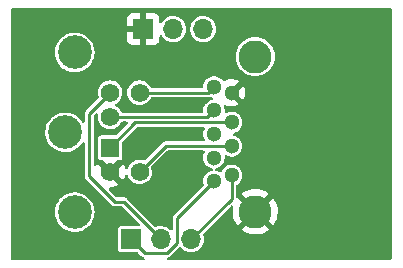
<source format=gtl>
%TF.GenerationSoftware,KiCad,Pcbnew,6.0.11-2627ca5db0~126~ubuntu22.04.1*%
%TF.CreationDate,2023-02-26T23:23:44+01:00*%
%TF.ProjectId,pmod,706d6f64-2e6b-4696-9361-645f70636258,0.7*%
%TF.SameCoordinates,Original*%
%TF.FileFunction,Copper,L1,Top*%
%TF.FilePolarity,Positive*%
%FSLAX46Y46*%
G04 Gerber Fmt 4.6, Leading zero omitted, Abs format (unit mm)*
G04 Created by KiCad (PCBNEW 6.0.11-2627ca5db0~126~ubuntu22.04.1) date 2023-02-26 23:23:44*
%MOMM*%
%LPD*%
G01*
G04 APERTURE LIST*
%TA.AperFunction,ComponentPad*%
%ADD10R,1.574800X1.574800*%
%TD*%
%TA.AperFunction,ComponentPad*%
%ADD11C,1.574800*%
%TD*%
%TA.AperFunction,ComponentPad*%
%ADD12C,2.844800*%
%TD*%
%TA.AperFunction,ComponentPad*%
%ADD13C,1.300000*%
%TD*%
%TA.AperFunction,ComponentPad*%
%ADD14C,2.800000*%
%TD*%
%TA.AperFunction,ComponentPad*%
%ADD15R,1.700000X1.700000*%
%TD*%
%TA.AperFunction,ComponentPad*%
%ADD16O,1.700000X1.700000*%
%TD*%
%TA.AperFunction,Conductor*%
%ADD17C,0.250000*%
%TD*%
G04 APERTURE END LIST*
D10*
%TO.P,J3,1,1*%
%TO.N,/PS2_KEYB_DAT*%
X145092000Y-76258000D03*
D11*
%TO.P,J3,2,2*%
%TO.N,/PS2_MOUSE_DAT*%
X145092000Y-73667200D03*
%TO.P,J3,3,3*%
%TO.N,GND*%
X145092000Y-78315400D03*
%TO.P,J3,4,4*%
%TO.N,/VCC*%
X145092000Y-71609800D03*
%TO.P,J3,5,5*%
%TO.N,/PS2_KEYB_CLK*%
X147581200Y-78315400D03*
%TO.P,J3,6,6*%
%TO.N,/PS2_MOUSE_CLK*%
X147581200Y-71609800D03*
D12*
%TO.P,J3,7*%
%TO.N,N/C*%
X142094800Y-81719000D03*
%TO.P,J3,8*%
X141282000Y-74962600D03*
%TO.P,J3,9*%
X142094800Y-68206200D03*
%TD*%
D13*
%TO.P,J2,1,VBUS*%
%TO.N,/VBUS*%
X155383000Y-78615000D03*
%TO.P,J2,2,D-*%
%TO.N,/PS2_KEYB_CLK*%
X155383000Y-76115000D03*
%TO.P,J2,3,D+*%
%TO.N,/PS2_KEYB_DAT*%
X155383000Y-74115000D03*
%TO.P,J2,4,GND*%
%TO.N,GND*%
X155383000Y-71615000D03*
%TO.P,J2,5,SSRX-*%
%TO.N,/PS2_MOUSE_CLK*%
X153883000Y-71115000D03*
%TO.P,J2,6,SSRX+*%
%TO.N,/PS2_MOUSE_DAT*%
X153883000Y-73115000D03*
%TO.P,J2,7,DRAIN*%
%TO.N,/UART_TXD*%
X153883000Y-75115000D03*
%TO.P,J2,8,SSTX-*%
%TO.N,/UART_RXD*%
X153883000Y-77115000D03*
%TO.P,J2,9,SSTX+*%
%TO.N,Net-(J2-Pad9)*%
X153883000Y-79115000D03*
D14*
%TO.P,J2,10,SHIELD*%
%TO.N,GND*%
X157383000Y-81685000D03*
%TO.P,J2,11*%
%TO.N,N/C*%
X157383000Y-68545000D03*
%TD*%
D15*
%TO.P,JP1,1,Pin_1*%
%TO.N,Net-(J2-Pad9)*%
X146870000Y-84005000D03*
D16*
%TO.P,JP1,2,Pin_2*%
%TO.N,/VCC*%
X149410000Y-84005000D03*
%TO.P,JP1,3,Pin_3*%
%TO.N,/VBUS*%
X151950000Y-84005000D03*
%TD*%
D15*
%TO.P,J4,1,Pin_1*%
%TO.N,GND*%
X147901000Y-66225000D03*
D16*
%TO.P,J4,2,Pin_2*%
%TO.N,/UART_RXD*%
X150441000Y-66225000D03*
%TO.P,J4,3,Pin_3*%
%TO.N,/UART_TXD*%
X152981000Y-66225000D03*
%TD*%
D17*
%TO.N,/PS2_KEYB_CLK*%
X149781600Y-76115000D02*
X155383000Y-76115000D01*
X147581200Y-78315400D02*
X149781600Y-76115000D01*
%TO.N,/PS2_KEYB_DAT*%
X155377600Y-74120400D02*
X155383000Y-74115000D01*
X147229600Y-74120400D02*
X155377600Y-74120400D01*
X145092000Y-76258000D02*
X147229600Y-74120400D01*
%TO.N,/PS2_MOUSE_CLK*%
X147581200Y-71609800D02*
X153388200Y-71609800D01*
X153388200Y-71609800D02*
X153883000Y-71115000D01*
%TO.N,/PS2_MOUSE_DAT*%
X153330800Y-73667200D02*
X153883000Y-73115000D01*
X145092000Y-73667200D02*
X153330800Y-73667200D01*
%TO.N,Net-(J2-Pad9)*%
X150771800Y-82226200D02*
X153883000Y-79115000D01*
X146870000Y-84005000D02*
X148048200Y-85183200D01*
X149898027Y-85183200D02*
X150771800Y-84309427D01*
X150771800Y-84309427D02*
X150771800Y-82226200D01*
X148048200Y-85183200D02*
X149898027Y-85183200D01*
%TO.N,/VBUS*%
X155383000Y-80572000D02*
X155383000Y-78615000D01*
X151950000Y-84005000D02*
X155383000Y-80572000D01*
%TO.N,/VCC*%
X143314000Y-78671000D02*
X145473000Y-80830000D01*
X145092000Y-71609800D02*
X143314000Y-73387800D01*
X143314000Y-73387800D02*
X143314000Y-78671000D01*
X145473000Y-80830000D02*
X146235000Y-80830000D01*
X146235000Y-80830000D02*
X149410000Y-84005000D01*
%TD*%
%TA.AperFunction,Conductor*%
%TO.N,GND*%
G36*
X168880945Y-64463502D02*
G01*
X168927438Y-64517158D01*
X168938823Y-64569526D01*
X168936146Y-76066483D01*
X168933911Y-85660529D01*
X168913893Y-85728645D01*
X168860227Y-85775126D01*
X168807911Y-85786500D01*
X150062931Y-85786500D01*
X149994810Y-85766498D01*
X149948317Y-85712842D01*
X149938213Y-85642568D01*
X149967707Y-85577988D01*
X150018292Y-85543874D01*
X150021340Y-85543367D01*
X150030504Y-85538422D01*
X150030508Y-85538421D01*
X150065956Y-85519294D01*
X150071247Y-85516598D01*
X150109776Y-85498097D01*
X150109777Y-85498096D01*
X150116927Y-85494663D01*
X150121158Y-85491106D01*
X150123090Y-85489174D01*
X150124964Y-85487455D01*
X150125101Y-85487381D01*
X150125201Y-85487491D01*
X150125681Y-85487068D01*
X150131356Y-85484006D01*
X150140790Y-85473801D01*
X150167554Y-85444847D01*
X150170984Y-85441280D01*
X150912737Y-84699528D01*
X150975049Y-84665503D01*
X151045865Y-84670568D01*
X151102180Y-84713942D01*
X151102501Y-84713668D01*
X151103803Y-84715193D01*
X151104731Y-84715907D01*
X151109588Y-84722780D01*
X151254466Y-84863913D01*
X151422637Y-84976282D01*
X151427940Y-84978560D01*
X151427943Y-84978562D01*
X151603163Y-85053842D01*
X151608470Y-85056122D01*
X151805740Y-85100760D01*
X151811509Y-85100987D01*
X151811512Y-85100987D01*
X151887683Y-85103979D01*
X152007842Y-85108700D01*
X152094132Y-85096189D01*
X152202286Y-85080508D01*
X152202291Y-85080507D01*
X152208007Y-85079678D01*
X152213479Y-85077820D01*
X152213481Y-85077820D01*
X152394067Y-85016519D01*
X152394069Y-85016518D01*
X152399531Y-85014664D01*
X152576001Y-84915837D01*
X152638433Y-84863913D01*
X152727073Y-84790191D01*
X152731505Y-84786505D01*
X152860837Y-84631001D01*
X152959664Y-84454531D01*
X153024678Y-84263007D01*
X153025507Y-84257291D01*
X153025508Y-84257286D01*
X153053167Y-84066516D01*
X153053700Y-84062842D01*
X153055215Y-84005000D01*
X153036708Y-83803591D01*
X152981807Y-83608926D01*
X152981543Y-83608391D01*
X152975942Y-83539303D01*
X153010216Y-83475821D01*
X153283231Y-83202806D01*
X156230361Y-83202806D01*
X156237751Y-83213108D01*
X156279630Y-83247203D01*
X156286909Y-83252318D01*
X156510756Y-83387085D01*
X156518670Y-83391118D01*
X156759286Y-83493006D01*
X156767691Y-83495883D01*
X157020257Y-83562850D01*
X157028989Y-83564516D01*
X157288474Y-83595227D01*
X157297340Y-83595645D01*
X157558561Y-83589490D01*
X157567414Y-83588653D01*
X157825162Y-83545752D01*
X157833796Y-83543679D01*
X158082930Y-83464888D01*
X158091192Y-83461617D01*
X158326731Y-83348513D01*
X158334455Y-83344107D01*
X158528268Y-83214606D01*
X158536556Y-83204688D01*
X158529299Y-83190509D01*
X157395812Y-82057022D01*
X157381868Y-82049408D01*
X157380035Y-82049539D01*
X157373420Y-82053790D01*
X156237527Y-83189683D01*
X156230361Y-83202806D01*
X153283231Y-83202806D01*
X155299738Y-81186299D01*
X155362050Y-81152273D01*
X155432865Y-81157338D01*
X155489701Y-81199885D01*
X155514512Y-81266405D01*
X155511117Y-81305769D01*
X155499684Y-81351796D01*
X155498156Y-81360551D01*
X155471524Y-81620483D01*
X155471245Y-81629367D01*
X155481503Y-81890459D01*
X155482478Y-81899288D01*
X155529422Y-82156332D01*
X155531631Y-82164934D01*
X155614324Y-82412796D01*
X155617728Y-82421014D01*
X155734519Y-82654750D01*
X155739043Y-82662398D01*
X155854352Y-82829235D01*
X155864673Y-82837589D01*
X155878323Y-82830467D01*
X157010978Y-81697812D01*
X157017356Y-81686132D01*
X157747408Y-81686132D01*
X157747539Y-81687965D01*
X157751790Y-81694580D01*
X158888517Y-82831307D01*
X158901917Y-82838624D01*
X158911821Y-82831637D01*
X158927686Y-82812763D01*
X158932905Y-82805580D01*
X159071171Y-82583876D01*
X159075333Y-82576017D01*
X159180988Y-82337030D01*
X159183994Y-82328680D01*
X159254921Y-82077192D01*
X159256722Y-82068499D01*
X159291672Y-81808292D01*
X159292200Y-81801899D01*
X159295773Y-81688222D01*
X159295646Y-81681779D01*
X159277106Y-81419923D01*
X159275853Y-81411119D01*
X159220858Y-81155677D01*
X159218379Y-81147144D01*
X159127941Y-80902002D01*
X159124286Y-80893907D01*
X159000206Y-80663947D01*
X158995447Y-80656449D01*
X158910759Y-80541790D01*
X158899631Y-80533348D01*
X158887038Y-80540172D01*
X157755022Y-81672188D01*
X157747408Y-81686132D01*
X157017356Y-81686132D01*
X157018592Y-81683868D01*
X157018461Y-81682035D01*
X157014210Y-81675420D01*
X155878819Y-80540029D01*
X155839698Y-80518667D01*
X155824116Y-80515277D01*
X155773913Y-80465076D01*
X155758500Y-80404689D01*
X155758500Y-80167688D01*
X156231045Y-80167688D01*
X156238025Y-80180815D01*
X157370188Y-81312978D01*
X157384132Y-81320592D01*
X157385965Y-81320461D01*
X157392580Y-81316210D01*
X158527804Y-80180986D01*
X158534658Y-80168434D01*
X158526450Y-80157363D01*
X158436762Y-80088916D01*
X158429313Y-80084023D01*
X158201353Y-79956359D01*
X158193303Y-79952571D01*
X157949617Y-79858295D01*
X157941127Y-79855683D01*
X157686578Y-79796683D01*
X157677800Y-79795293D01*
X157417478Y-79772746D01*
X157408607Y-79772606D01*
X157147696Y-79786965D01*
X157138886Y-79788079D01*
X156882607Y-79839055D01*
X156874050Y-79841396D01*
X156627496Y-79927980D01*
X156619362Y-79931500D01*
X156387477Y-80051955D01*
X156379905Y-80056594D01*
X156239447Y-80156967D01*
X156231045Y-80167688D01*
X155758500Y-80167688D01*
X155758500Y-79515362D01*
X155778502Y-79447241D01*
X155825162Y-79407193D01*
X155823977Y-79405140D01*
X155829700Y-79401836D01*
X155835730Y-79399151D01*
X155845320Y-79392184D01*
X155983532Y-79291767D01*
X155988871Y-79287888D01*
X156071637Y-79195968D01*
X156111114Y-79152124D01*
X156111115Y-79152123D01*
X156115533Y-79147216D01*
X156210179Y-78983284D01*
X156268674Y-78803256D01*
X156269635Y-78794119D01*
X156287770Y-78621565D01*
X156288460Y-78615000D01*
X156280614Y-78540347D01*
X156269364Y-78433307D01*
X156269364Y-78433305D01*
X156268674Y-78426744D01*
X156210179Y-78246716D01*
X156205290Y-78238247D01*
X156118836Y-78088505D01*
X156115533Y-78082784D01*
X156054950Y-78015500D01*
X155993286Y-77947015D01*
X155993284Y-77947014D01*
X155988871Y-77942112D01*
X155923508Y-77894623D01*
X155841072Y-77834730D01*
X155841071Y-77834729D01*
X155835730Y-77830849D01*
X155662803Y-77753856D01*
X155557988Y-77731577D01*
X155484103Y-77715872D01*
X155484099Y-77715872D01*
X155477646Y-77714500D01*
X155288354Y-77714500D01*
X155281901Y-77715872D01*
X155281897Y-77715872D01*
X155208012Y-77731577D01*
X155103197Y-77753856D01*
X154930270Y-77830849D01*
X154924929Y-77834729D01*
X154924928Y-77834730D01*
X154842492Y-77894623D01*
X154777129Y-77942112D01*
X154772716Y-77947014D01*
X154772714Y-77947015D01*
X154711050Y-78015500D01*
X154650467Y-78082784D01*
X154647164Y-78088505D01*
X154560711Y-78238247D01*
X154555821Y-78246716D01*
X154553779Y-78253001D01*
X154553778Y-78253003D01*
X154545263Y-78279210D01*
X154505190Y-78337816D01*
X154439794Y-78365454D01*
X154369837Y-78353348D01*
X154351371Y-78342212D01*
X154341075Y-78334732D01*
X154341072Y-78334730D01*
X154335730Y-78330849D01*
X154162803Y-78253856D01*
X154089368Y-78238247D01*
X154026895Y-78204519D01*
X153992573Y-78142369D01*
X153997301Y-78071530D01*
X154039577Y-78014492D01*
X154089368Y-77991753D01*
X154094282Y-77990708D01*
X154162803Y-77976144D01*
X154335730Y-77899151D01*
X154341963Y-77894623D01*
X154483532Y-77791767D01*
X154488871Y-77787888D01*
X154517093Y-77756545D01*
X154611114Y-77652124D01*
X154611115Y-77652123D01*
X154615533Y-77647216D01*
X154710179Y-77483284D01*
X154768674Y-77303256D01*
X154769785Y-77292692D01*
X154787770Y-77121565D01*
X154788460Y-77115000D01*
X154780510Y-77039359D01*
X154793282Y-76969521D01*
X154841784Y-76917674D01*
X154910617Y-76900280D01*
X154957065Y-76911081D01*
X155103197Y-76976144D01*
X155201212Y-76996978D01*
X155281897Y-77014128D01*
X155281901Y-77014128D01*
X155288354Y-77015500D01*
X155477646Y-77015500D01*
X155484099Y-77014128D01*
X155484103Y-77014128D01*
X155564788Y-76996978D01*
X155662803Y-76976144D01*
X155835730Y-76899151D01*
X155988871Y-76787888D01*
X156020284Y-76753001D01*
X156111114Y-76652124D01*
X156111115Y-76652123D01*
X156115533Y-76647216D01*
X156156782Y-76575771D01*
X156206875Y-76489007D01*
X156206876Y-76489006D01*
X156210179Y-76483284D01*
X156268674Y-76303256D01*
X156288460Y-76115000D01*
X156273821Y-75975712D01*
X156269364Y-75933307D01*
X156269364Y-75933305D01*
X156268674Y-75926744D01*
X156210179Y-75746716D01*
X156205708Y-75738971D01*
X156118836Y-75588505D01*
X156115533Y-75582784D01*
X156111114Y-75577876D01*
X155993286Y-75447015D01*
X155993284Y-75447014D01*
X155988871Y-75442112D01*
X155939620Y-75406329D01*
X155841072Y-75334730D01*
X155841071Y-75334729D01*
X155835730Y-75330849D01*
X155662803Y-75253856D01*
X155589368Y-75238247D01*
X155526895Y-75204519D01*
X155492573Y-75142369D01*
X155497301Y-75071530D01*
X155539577Y-75014492D01*
X155589368Y-74991753D01*
X155594282Y-74990708D01*
X155662803Y-74976144D01*
X155835730Y-74899151D01*
X155988871Y-74787888D01*
X156020284Y-74753001D01*
X156111114Y-74652124D01*
X156111115Y-74652123D01*
X156115533Y-74647216D01*
X156185170Y-74526601D01*
X156206875Y-74489007D01*
X156206876Y-74489006D01*
X156210179Y-74483284D01*
X156268674Y-74303256D01*
X156276147Y-74232159D01*
X156287770Y-74121565D01*
X156288460Y-74115000D01*
X156268674Y-73926744D01*
X156210179Y-73746716D01*
X156159460Y-73658867D01*
X156118836Y-73588505D01*
X156115533Y-73582784D01*
X156111114Y-73577876D01*
X155993286Y-73447015D01*
X155993284Y-73447014D01*
X155988871Y-73442112D01*
X155938812Y-73405742D01*
X155841072Y-73334730D01*
X155841071Y-73334729D01*
X155835730Y-73330849D01*
X155662803Y-73253856D01*
X155564788Y-73233022D01*
X155484103Y-73215872D01*
X155484099Y-73215872D01*
X155477646Y-73214500D01*
X155288354Y-73214500D01*
X155281901Y-73215872D01*
X155281897Y-73215872D01*
X155201212Y-73233022D01*
X155103197Y-73253856D01*
X154957066Y-73318918D01*
X154886702Y-73328352D01*
X154822405Y-73298246D01*
X154784592Y-73238157D01*
X154780510Y-73190641D01*
X154786180Y-73136698D01*
X154788460Y-73115000D01*
X154784569Y-73077983D01*
X154769364Y-72933307D01*
X154769364Y-72933305D01*
X154768674Y-72926744D01*
X154735562Y-72824836D01*
X154733534Y-72753871D01*
X154770196Y-72693073D01*
X154833908Y-72661748D01*
X154905133Y-72670134D01*
X155018318Y-72718762D01*
X155029261Y-72722317D01*
X155225567Y-72766737D01*
X155236975Y-72768239D01*
X155438096Y-72776140D01*
X155449580Y-72775538D01*
X155648774Y-72746657D01*
X155659957Y-72743972D01*
X155850547Y-72679276D01*
X155861060Y-72674595D01*
X155987766Y-72603635D01*
X155997631Y-72593557D01*
X155994675Y-72585885D01*
X155112885Y-71704095D01*
X155078859Y-71641783D01*
X155080694Y-71616132D01*
X155747408Y-71616132D01*
X155747539Y-71617965D01*
X155751790Y-71624580D01*
X156349971Y-72222761D01*
X156362351Y-72229521D01*
X156368931Y-72224595D01*
X156442595Y-72093060D01*
X156447276Y-72082547D01*
X156511972Y-71891957D01*
X156514657Y-71880774D01*
X156543834Y-71679539D01*
X156544464Y-71672157D01*
X156545864Y-71618704D01*
X156545621Y-71611305D01*
X156527016Y-71408824D01*
X156524918Y-71397503D01*
X156470287Y-71203797D01*
X156466163Y-71193050D01*
X156377141Y-71012534D01*
X156373617Y-71006784D01*
X156363595Y-70999262D01*
X156351176Y-71006034D01*
X155755022Y-71602188D01*
X155747408Y-71616132D01*
X155080694Y-71616132D01*
X155083924Y-71570968D01*
X155112885Y-71525905D01*
X155989533Y-70649257D01*
X155996293Y-70636877D01*
X155990263Y-70628822D01*
X155915857Y-70581875D01*
X155905609Y-70576654D01*
X155718663Y-70502070D01*
X155707635Y-70498803D01*
X155510230Y-70459537D01*
X155498784Y-70458334D01*
X155297537Y-70455700D01*
X155286057Y-70456603D01*
X155087701Y-70490687D01*
X155076581Y-70493667D01*
X154887748Y-70563331D01*
X154877370Y-70568281D01*
X154785393Y-70623002D01*
X154716623Y-70640642D01*
X154649233Y-70618302D01*
X154619031Y-70588774D01*
X154618836Y-70588505D01*
X154615533Y-70582784D01*
X154610014Y-70576654D01*
X154493286Y-70447015D01*
X154493284Y-70447014D01*
X154488871Y-70442112D01*
X154335730Y-70330849D01*
X154162803Y-70253856D01*
X154064788Y-70233022D01*
X153984103Y-70215872D01*
X153984099Y-70215872D01*
X153977646Y-70214500D01*
X153788354Y-70214500D01*
X153781901Y-70215872D01*
X153781897Y-70215872D01*
X153701212Y-70233022D01*
X153603197Y-70253856D01*
X153430270Y-70330849D01*
X153277129Y-70442112D01*
X153272716Y-70447014D01*
X153272714Y-70447015D01*
X153155986Y-70576654D01*
X153150467Y-70582784D01*
X153147164Y-70588505D01*
X153059132Y-70740982D01*
X153055821Y-70746716D01*
X152997326Y-70926744D01*
X152996636Y-70933305D01*
X152996636Y-70933307D01*
X152977554Y-71114870D01*
X152977540Y-71115000D01*
X152976301Y-71114870D01*
X152958228Y-71176421D01*
X152904572Y-71222914D01*
X152852230Y-71234300D01*
X148632796Y-71234300D01*
X148564675Y-71214298D01*
X148521545Y-71167454D01*
X148452768Y-71038103D01*
X148449872Y-71032656D01*
X148445974Y-71027877D01*
X148445971Y-71027872D01*
X148325124Y-70879699D01*
X148325123Y-70879698D01*
X148321227Y-70874921D01*
X148164395Y-70745178D01*
X148158978Y-70742249D01*
X148158975Y-70742247D01*
X147990767Y-70651298D01*
X147990763Y-70651296D01*
X147985349Y-70648369D01*
X147979469Y-70646549D01*
X147979467Y-70646548D01*
X147796792Y-70590000D01*
X147796791Y-70590000D01*
X147790909Y-70588179D01*
X147784788Y-70587536D01*
X147784785Y-70587535D01*
X147594609Y-70567547D01*
X147594608Y-70567547D01*
X147588481Y-70566903D01*
X147481338Y-70576654D01*
X147391917Y-70584792D01*
X147391916Y-70584792D01*
X147385776Y-70585351D01*
X147379862Y-70587092D01*
X147379860Y-70587092D01*
X147369980Y-70590000D01*
X147190515Y-70642820D01*
X147010134Y-70737120D01*
X146851506Y-70864661D01*
X146720671Y-71020583D01*
X146717708Y-71025972D01*
X146717705Y-71025977D01*
X146668765Y-71115000D01*
X146622614Y-71198949D01*
X146620753Y-71204816D01*
X146620752Y-71204818D01*
X146617745Y-71214298D01*
X146561068Y-71392964D01*
X146538380Y-71595239D01*
X146555412Y-71798067D01*
X146611516Y-71993725D01*
X146614334Y-71999207D01*
X146614335Y-71999211D01*
X146701735Y-72169273D01*
X146701738Y-72169277D01*
X146704555Y-72174759D01*
X146830985Y-72334274D01*
X146985990Y-72466195D01*
X147163667Y-72565495D01*
X147357248Y-72628393D01*
X147559359Y-72652493D01*
X147565494Y-72652021D01*
X147565496Y-72652021D01*
X147756161Y-72637351D01*
X147756166Y-72637350D01*
X147762302Y-72636878D01*
X147768234Y-72635222D01*
X147768238Y-72635221D01*
X147952402Y-72583801D01*
X147952406Y-72583800D01*
X147958346Y-72582141D01*
X147963850Y-72579361D01*
X147963852Y-72579360D01*
X148134525Y-72493147D01*
X148134527Y-72493146D01*
X148140026Y-72490368D01*
X148300419Y-72365055D01*
X148326595Y-72334730D01*
X148429389Y-72215642D01*
X148429390Y-72215640D01*
X148433418Y-72210974D01*
X148525397Y-72049063D01*
X148576436Y-71999712D01*
X148634953Y-71985300D01*
X153334704Y-71985300D01*
X153358001Y-71987779D01*
X153360086Y-71987877D01*
X153370266Y-71990069D01*
X153403184Y-71986173D01*
X153409021Y-71985829D01*
X153409013Y-71985728D01*
X153414192Y-71985300D01*
X153419393Y-71985300D01*
X153424521Y-71984446D01*
X153424527Y-71984446D01*
X153438187Y-71982172D01*
X153444063Y-71981335D01*
X153449152Y-71980733D01*
X153494410Y-71975376D01*
X153502577Y-71971454D01*
X153511513Y-71969967D01*
X153514521Y-71968344D01*
X153583500Y-71968544D01*
X153594182Y-71972488D01*
X153597156Y-71973454D01*
X153603197Y-71976144D01*
X153657936Y-71987779D01*
X153676632Y-71991753D01*
X153739105Y-72025481D01*
X153773427Y-72087631D01*
X153768699Y-72158470D01*
X153726423Y-72215508D01*
X153676632Y-72238247D01*
X153603197Y-72253856D01*
X153430270Y-72330849D01*
X153277129Y-72442112D01*
X153272716Y-72447014D01*
X153272714Y-72447015D01*
X153168334Y-72562941D01*
X153150467Y-72582784D01*
X153147164Y-72588505D01*
X153100036Y-72670134D01*
X153055821Y-72746716D01*
X152997326Y-72926744D01*
X152996636Y-72933305D01*
X152996636Y-72933307D01*
X152981431Y-73077983D01*
X152977540Y-73115000D01*
X152978230Y-73121565D01*
X152978230Y-73121567D01*
X152981484Y-73152531D01*
X152968711Y-73222369D01*
X152920208Y-73274215D01*
X152856174Y-73291700D01*
X146143596Y-73291700D01*
X146075475Y-73271698D01*
X146032345Y-73224854D01*
X146029934Y-73220319D01*
X145960672Y-73090056D01*
X145956774Y-73085277D01*
X145956771Y-73085272D01*
X145835924Y-72937099D01*
X145835923Y-72937098D01*
X145832027Y-72932321D01*
X145675195Y-72802578D01*
X145576906Y-72749434D01*
X145526498Y-72699439D01*
X145511120Y-72630128D01*
X145535656Y-72563506D01*
X145580025Y-72526132D01*
X145645325Y-72493147D01*
X145645327Y-72493146D01*
X145650826Y-72490368D01*
X145811219Y-72365055D01*
X145837395Y-72334730D01*
X145940189Y-72215642D01*
X145940190Y-72215640D01*
X145944218Y-72210974D01*
X146013661Y-72088734D01*
X146041711Y-72039358D01*
X146041713Y-72039353D01*
X146044757Y-72033995D01*
X146109005Y-71840858D01*
X146134515Y-71638920D01*
X146134614Y-71631804D01*
X146134873Y-71613322D01*
X146134873Y-71613318D01*
X146134922Y-71609800D01*
X146115060Y-71407229D01*
X146056229Y-71212373D01*
X145960672Y-71032656D01*
X145956774Y-71027877D01*
X145956771Y-71027872D01*
X145835924Y-70879699D01*
X145835923Y-70879698D01*
X145832027Y-70874921D01*
X145675195Y-70745178D01*
X145669778Y-70742249D01*
X145669775Y-70742247D01*
X145501567Y-70651298D01*
X145501563Y-70651296D01*
X145496149Y-70648369D01*
X145490269Y-70646549D01*
X145490267Y-70646548D01*
X145307592Y-70590000D01*
X145307591Y-70590000D01*
X145301709Y-70588179D01*
X145295588Y-70587536D01*
X145295585Y-70587535D01*
X145105409Y-70567547D01*
X145105408Y-70567547D01*
X145099281Y-70566903D01*
X144992138Y-70576654D01*
X144902717Y-70584792D01*
X144902716Y-70584792D01*
X144896576Y-70585351D01*
X144890662Y-70587092D01*
X144890660Y-70587092D01*
X144880780Y-70590000D01*
X144701315Y-70642820D01*
X144520934Y-70737120D01*
X144362306Y-70864661D01*
X144231471Y-71020583D01*
X144228508Y-71025972D01*
X144228505Y-71025977D01*
X144179565Y-71115000D01*
X144133414Y-71198949D01*
X144131553Y-71204816D01*
X144131552Y-71204818D01*
X144128545Y-71214298D01*
X144071868Y-71392964D01*
X144049180Y-71595239D01*
X144066212Y-71798067D01*
X144067911Y-71803991D01*
X144114053Y-71964909D01*
X144113602Y-72035904D01*
X144082029Y-72088734D01*
X143086311Y-73084452D01*
X143068080Y-73099177D01*
X143066540Y-73100578D01*
X143057790Y-73106228D01*
X143051343Y-73114406D01*
X143037264Y-73132265D01*
X143033383Y-73136632D01*
X143033461Y-73136698D01*
X143030107Y-73140656D01*
X143026425Y-73144338D01*
X143015339Y-73159852D01*
X143011788Y-73164581D01*
X142980397Y-73204400D01*
X142977395Y-73212949D01*
X142972128Y-73220319D01*
X142962509Y-73252483D01*
X142957608Y-73268870D01*
X142955774Y-73274514D01*
X142941604Y-73314865D01*
X142941603Y-73314871D01*
X142938977Y-73322348D01*
X142938500Y-73327855D01*
X142938500Y-73330562D01*
X142938389Y-73333135D01*
X142938341Y-73333294D01*
X142938197Y-73333288D01*
X142938158Y-73333908D01*
X142936310Y-73340087D01*
X142936719Y-73350492D01*
X142938403Y-73393355D01*
X142938500Y-73398302D01*
X142938500Y-74015031D01*
X142918498Y-74083152D01*
X142864842Y-74129645D01*
X142794568Y-74139749D01*
X142729988Y-74110255D01*
X142703107Y-74077554D01*
X142694619Y-74062702D01*
X142684615Y-74045199D01*
X142675105Y-74028560D01*
X142675104Y-74028558D01*
X142672786Y-74024503D01*
X142518850Y-73829236D01*
X142337742Y-73658867D01*
X142133442Y-73517139D01*
X142129251Y-73515072D01*
X141914625Y-73409230D01*
X141914622Y-73409229D01*
X141910437Y-73407165D01*
X141866830Y-73393206D01*
X141715600Y-73344797D01*
X141673626Y-73331361D01*
X141501054Y-73303256D01*
X141432824Y-73292144D01*
X141432823Y-73292144D01*
X141428212Y-73291393D01*
X141303899Y-73289765D01*
X141184263Y-73288199D01*
X141184260Y-73288199D01*
X141179586Y-73288138D01*
X140933209Y-73321668D01*
X140928719Y-73322977D01*
X140928713Y-73322978D01*
X140853857Y-73344797D01*
X140694495Y-73391247D01*
X140690248Y-73393205D01*
X140690245Y-73393206D01*
X140663053Y-73405742D01*
X140468688Y-73495346D01*
X140464779Y-73497909D01*
X140264660Y-73629112D01*
X140264655Y-73629116D01*
X140260747Y-73631678D01*
X140230284Y-73658867D01*
X140124816Y-73753001D01*
X140075242Y-73797247D01*
X139916247Y-73988418D01*
X139871170Y-74062702D01*
X139795968Y-74186632D01*
X139787255Y-74200990D01*
X139691101Y-74430293D01*
X139629895Y-74671289D01*
X139604984Y-74918686D01*
X139616914Y-75167047D01*
X139631729Y-75241528D01*
X139647123Y-75318918D01*
X139665422Y-75410917D01*
X139667001Y-75415315D01*
X139667003Y-75415322D01*
X139740309Y-75619496D01*
X139749444Y-75644938D01*
X139867134Y-75863969D01*
X139869929Y-75867713D01*
X139869931Y-75867715D01*
X139909322Y-75920466D01*
X140015906Y-76063199D01*
X140019213Y-76066477D01*
X140019218Y-76066483D01*
X140189176Y-76234963D01*
X140192492Y-76238250D01*
X140196259Y-76241012D01*
X140196260Y-76241013D01*
X140303712Y-76319800D01*
X140393012Y-76385278D01*
X140397155Y-76387458D01*
X140397157Y-76387459D01*
X140608912Y-76498869D01*
X140608917Y-76498871D01*
X140613062Y-76501052D01*
X140617485Y-76502597D01*
X140617486Y-76502597D01*
X140753183Y-76549984D01*
X140847807Y-76583028D01*
X140852400Y-76583900D01*
X141087502Y-76628536D01*
X141087505Y-76628536D01*
X141092091Y-76629407D01*
X141210283Y-76634051D01*
X141335879Y-76638986D01*
X141335885Y-76638986D01*
X141340547Y-76639169D01*
X141429685Y-76629407D01*
X141583064Y-76612610D01*
X141583070Y-76612609D01*
X141587717Y-76612100D01*
X141592241Y-76610909D01*
X141823647Y-76549984D01*
X141823649Y-76549983D01*
X141828170Y-76548793D01*
X142056625Y-76450641D01*
X142268063Y-76319800D01*
X142271627Y-76316783D01*
X142271631Y-76316780D01*
X142454272Y-76162163D01*
X142454274Y-76162161D01*
X142457839Y-76159143D01*
X142621784Y-75972199D01*
X142706530Y-75840448D01*
X142760203Y-75793977D01*
X142830481Y-75783901D01*
X142895050Y-75813419D01*
X142933410Y-75873161D01*
X142938500Y-75908611D01*
X142938500Y-78617504D01*
X142936021Y-78640801D01*
X142935923Y-78642886D01*
X142933731Y-78653066D01*
X142934955Y-78663405D01*
X142937627Y-78685984D01*
X142937971Y-78691821D01*
X142938072Y-78691813D01*
X142938500Y-78696992D01*
X142938500Y-78702193D01*
X142939354Y-78707321D01*
X142939354Y-78707327D01*
X142941628Y-78720987D01*
X142942465Y-78726863D01*
X142948424Y-78777210D01*
X142952346Y-78785377D01*
X142953833Y-78794313D01*
X142958777Y-78803475D01*
X142958778Y-78803479D01*
X142977906Y-78838929D01*
X142980602Y-78844220D01*
X142999103Y-78882749D01*
X143002537Y-78889900D01*
X143006094Y-78894131D01*
X143008026Y-78896063D01*
X143009745Y-78897937D01*
X143009819Y-78898074D01*
X143009709Y-78898174D01*
X143010132Y-78898654D01*
X143013194Y-78904329D01*
X143020841Y-78911398D01*
X143020842Y-78911399D01*
X143052367Y-78940540D01*
X143055933Y-78943970D01*
X145169652Y-81057689D01*
X145184377Y-81075920D01*
X145185778Y-81077460D01*
X145191428Y-81086210D01*
X145199606Y-81092657D01*
X145217465Y-81106736D01*
X145221832Y-81110617D01*
X145221898Y-81110539D01*
X145225856Y-81113893D01*
X145229538Y-81117575D01*
X145233769Y-81120598D01*
X145233772Y-81120601D01*
X145238591Y-81124044D01*
X145245052Y-81128661D01*
X145249781Y-81132212D01*
X145289600Y-81163603D01*
X145298149Y-81166605D01*
X145305519Y-81171872D01*
X145354078Y-81186394D01*
X145359719Y-81188227D01*
X145400064Y-81202395D01*
X145407548Y-81205023D01*
X145413055Y-81205500D01*
X145415762Y-81205500D01*
X145418334Y-81205611D01*
X145418494Y-81205659D01*
X145418488Y-81205803D01*
X145419106Y-81205842D01*
X145425286Y-81207690D01*
X145478555Y-81205597D01*
X145483501Y-81205500D01*
X146027273Y-81205500D01*
X146095394Y-81225502D01*
X146116368Y-81242405D01*
X147563368Y-82689405D01*
X147597394Y-82751717D01*
X147592329Y-82822532D01*
X147549782Y-82879368D01*
X147483262Y-82904179D01*
X147474273Y-82904500D01*
X145995326Y-82904500D01*
X145922260Y-82919034D01*
X145839399Y-82974399D01*
X145784034Y-83057260D01*
X145769500Y-83130326D01*
X145769500Y-84879674D01*
X145784034Y-84952740D01*
X145839399Y-85035601D01*
X145922260Y-85090966D01*
X145995326Y-85105500D01*
X147387273Y-85105500D01*
X147455394Y-85125502D01*
X147476368Y-85142405D01*
X147744852Y-85410889D01*
X147759577Y-85429120D01*
X147760978Y-85430660D01*
X147766628Y-85439410D01*
X147774806Y-85445857D01*
X147792665Y-85459936D01*
X147797032Y-85463817D01*
X147797098Y-85463739D01*
X147801056Y-85467093D01*
X147804738Y-85470775D01*
X147808969Y-85473798D01*
X147808972Y-85473801D01*
X147812551Y-85476358D01*
X147820252Y-85481861D01*
X147824981Y-85485412D01*
X147864800Y-85516803D01*
X147873349Y-85519805D01*
X147880719Y-85525072D01*
X147929278Y-85539594D01*
X147934979Y-85541448D01*
X147935522Y-85541639D01*
X147993146Y-85583111D01*
X148019201Y-85649154D01*
X148005414Y-85718800D01*
X147956163Y-85769935D01*
X147893713Y-85786500D01*
X136832500Y-85786500D01*
X136764379Y-85766498D01*
X136717886Y-85712842D01*
X136706500Y-85660500D01*
X136706500Y-81675086D01*
X140417784Y-81675086D01*
X140418008Y-81679752D01*
X140418008Y-81679757D01*
X140419742Y-81715851D01*
X140429714Y-81923447D01*
X140451827Y-82034619D01*
X140466846Y-82110123D01*
X140478222Y-82167317D01*
X140479801Y-82171715D01*
X140479803Y-82171722D01*
X140560661Y-82396929D01*
X140562244Y-82401338D01*
X140679934Y-82620369D01*
X140682729Y-82624113D01*
X140682731Y-82624115D01*
X140823601Y-82812763D01*
X140828706Y-82819599D01*
X140832013Y-82822877D01*
X140832018Y-82822883D01*
X140992410Y-82981880D01*
X141005292Y-82994650D01*
X141009059Y-82997412D01*
X141009060Y-82997413D01*
X141189748Y-83129899D01*
X141205812Y-83141678D01*
X141209955Y-83143858D01*
X141209957Y-83143859D01*
X141421712Y-83255269D01*
X141421717Y-83255271D01*
X141425862Y-83257452D01*
X141430285Y-83258997D01*
X141430286Y-83258997D01*
X141641072Y-83332606D01*
X141660607Y-83339428D01*
X141665200Y-83340300D01*
X141900302Y-83384936D01*
X141900305Y-83384936D01*
X141904891Y-83385807D01*
X142023083Y-83390451D01*
X142148679Y-83395386D01*
X142148685Y-83395386D01*
X142153347Y-83395569D01*
X142242485Y-83385807D01*
X142395864Y-83369010D01*
X142395870Y-83369009D01*
X142400517Y-83368500D01*
X142493167Y-83344107D01*
X142636447Y-83306384D01*
X142636449Y-83306383D01*
X142640970Y-83305193D01*
X142869425Y-83207041D01*
X142897476Y-83189683D01*
X143076891Y-83078658D01*
X143076892Y-83078658D01*
X143080863Y-83076200D01*
X143084427Y-83073183D01*
X143084431Y-83073180D01*
X143267072Y-82918563D01*
X143267074Y-82918561D01*
X143270639Y-82915543D01*
X143434584Y-82728599D01*
X143459795Y-82689405D01*
X143566568Y-82523407D01*
X143569096Y-82519477D01*
X143671220Y-82292770D01*
X143705359Y-82171722D01*
X143737443Y-82057962D01*
X143737444Y-82057959D01*
X143738713Y-82053458D01*
X143754669Y-81928035D01*
X143769694Y-81809929D01*
X143769694Y-81809923D01*
X143770092Y-81806798D01*
X143770221Y-81801899D01*
X143772308Y-81722160D01*
X143772391Y-81719000D01*
X143770085Y-81687965D01*
X143754310Y-81475688D01*
X143754309Y-81475684D01*
X143753964Y-81471036D01*
X143745209Y-81432341D01*
X143712792Y-81289084D01*
X143699088Y-81228520D01*
X143683038Y-81187246D01*
X143610662Y-81001131D01*
X143610661Y-81001128D01*
X143608969Y-80996778D01*
X143485586Y-80780903D01*
X143331650Y-80585636D01*
X143249587Y-80508439D01*
X143153943Y-80418466D01*
X143153940Y-80418464D01*
X143150542Y-80415267D01*
X142946242Y-80273539D01*
X142942051Y-80271472D01*
X142727425Y-80165630D01*
X142727422Y-80165629D01*
X142723237Y-80163565D01*
X142679630Y-80149606D01*
X142490871Y-80089184D01*
X142490873Y-80089184D01*
X142486426Y-80087761D01*
X142352426Y-80065938D01*
X142245624Y-80048544D01*
X142245623Y-80048544D01*
X142241012Y-80047793D01*
X142116699Y-80046165D01*
X141997063Y-80044599D01*
X141997060Y-80044599D01*
X141992386Y-80044538D01*
X141746009Y-80078068D01*
X141741519Y-80079377D01*
X141741513Y-80079378D01*
X141640224Y-80108901D01*
X141507295Y-80147647D01*
X141503048Y-80149605D01*
X141503045Y-80149606D01*
X141435348Y-80180815D01*
X141281488Y-80251746D01*
X141277579Y-80254309D01*
X141077460Y-80385512D01*
X141077455Y-80385516D01*
X141073547Y-80388078D01*
X141000241Y-80453506D01*
X140893621Y-80548668D01*
X140888042Y-80553647D01*
X140729047Y-80744818D01*
X140600055Y-80957390D01*
X140503901Y-81186693D01*
X140442695Y-81427689D01*
X140417784Y-81675086D01*
X136706500Y-81675086D01*
X136706500Y-68162286D01*
X140417784Y-68162286D01*
X140429714Y-68410647D01*
X140478222Y-68654517D01*
X140479801Y-68658915D01*
X140479803Y-68658922D01*
X140560661Y-68884129D01*
X140562244Y-68888538D01*
X140679934Y-69107569D01*
X140828706Y-69306799D01*
X140832013Y-69310077D01*
X140832018Y-69310083D01*
X141001976Y-69478563D01*
X141005292Y-69481850D01*
X141009059Y-69484612D01*
X141009060Y-69484613D01*
X141116512Y-69563400D01*
X141205812Y-69628878D01*
X141209955Y-69631058D01*
X141209957Y-69631059D01*
X141421712Y-69742469D01*
X141421717Y-69742471D01*
X141425862Y-69744652D01*
X141430285Y-69746197D01*
X141430286Y-69746197D01*
X141565983Y-69793584D01*
X141660607Y-69826628D01*
X141665200Y-69827500D01*
X141900302Y-69872136D01*
X141900305Y-69872136D01*
X141904891Y-69873007D01*
X142023083Y-69877651D01*
X142148679Y-69882586D01*
X142148685Y-69882586D01*
X142153347Y-69882769D01*
X142242485Y-69873007D01*
X142395864Y-69856210D01*
X142395870Y-69856209D01*
X142400517Y-69855700D01*
X142405041Y-69854509D01*
X142636447Y-69793584D01*
X142636449Y-69793583D01*
X142640970Y-69792393D01*
X142869425Y-69694241D01*
X143080863Y-69563400D01*
X143084427Y-69560383D01*
X143084431Y-69560380D01*
X143267072Y-69405763D01*
X143267074Y-69405761D01*
X143270639Y-69402743D01*
X143434584Y-69215799D01*
X143501791Y-69111315D01*
X143566568Y-69010607D01*
X143569096Y-69006677D01*
X143671220Y-68779970D01*
X143705359Y-68658922D01*
X143737443Y-68545162D01*
X143737444Y-68545159D01*
X143737489Y-68545000D01*
X155727396Y-68545000D01*
X155747779Y-68803994D01*
X155748933Y-68808801D01*
X155748934Y-68808807D01*
X155767018Y-68884129D01*
X155808427Y-69056610D01*
X155810320Y-69061181D01*
X155810321Y-69061183D01*
X155875821Y-69219312D01*
X155907846Y-69296628D01*
X156043588Y-69518140D01*
X156212311Y-69715689D01*
X156409860Y-69884412D01*
X156631372Y-70020154D01*
X156635942Y-70022047D01*
X156635946Y-70022049D01*
X156866817Y-70117679D01*
X156871390Y-70119573D01*
X156959724Y-70140780D01*
X157119193Y-70179066D01*
X157119199Y-70179067D01*
X157124006Y-70180221D01*
X157383000Y-70200604D01*
X157641994Y-70180221D01*
X157646801Y-70179067D01*
X157646807Y-70179066D01*
X157806276Y-70140780D01*
X157894610Y-70119573D01*
X157899183Y-70117679D01*
X158130054Y-70022049D01*
X158130058Y-70022047D01*
X158134628Y-70020154D01*
X158356140Y-69884412D01*
X158553689Y-69715689D01*
X158722412Y-69518140D01*
X158858154Y-69296628D01*
X158890180Y-69219312D01*
X158955679Y-69061183D01*
X158955680Y-69061181D01*
X158957573Y-69056610D01*
X158998982Y-68884129D01*
X159017066Y-68808807D01*
X159017067Y-68808801D01*
X159018221Y-68803994D01*
X159038604Y-68545000D01*
X159018221Y-68286006D01*
X159017067Y-68281199D01*
X159017066Y-68281193D01*
X158958728Y-68038202D01*
X158957573Y-68033390D01*
X158908488Y-67914889D01*
X158860049Y-67797946D01*
X158860047Y-67797942D01*
X158858154Y-67793372D01*
X158722412Y-67571860D01*
X158553689Y-67374311D01*
X158356140Y-67205588D01*
X158134628Y-67069846D01*
X158130058Y-67067953D01*
X158130054Y-67067951D01*
X157899183Y-66972321D01*
X157899181Y-66972320D01*
X157894610Y-66970427D01*
X157806276Y-66949220D01*
X157646807Y-66910934D01*
X157646801Y-66910933D01*
X157641994Y-66909779D01*
X157383000Y-66889396D01*
X157124006Y-66909779D01*
X157119199Y-66910933D01*
X157119193Y-66910934D01*
X156959724Y-66949220D01*
X156871390Y-66970427D01*
X156866819Y-66972320D01*
X156866817Y-66972321D01*
X156635946Y-67067951D01*
X156635942Y-67067953D01*
X156631372Y-67069846D01*
X156409860Y-67205588D01*
X156212311Y-67374311D01*
X156043588Y-67571860D01*
X155907846Y-67793372D01*
X155905953Y-67797942D01*
X155905951Y-67797946D01*
X155857512Y-67914889D01*
X155808427Y-68033390D01*
X155807272Y-68038202D01*
X155748934Y-68281193D01*
X155748933Y-68281199D01*
X155747779Y-68286006D01*
X155727396Y-68545000D01*
X143737489Y-68545000D01*
X143738713Y-68540658D01*
X143754669Y-68415235D01*
X143769694Y-68297129D01*
X143769694Y-68297123D01*
X143770092Y-68293998D01*
X143770302Y-68286006D01*
X143772308Y-68209360D01*
X143772391Y-68206200D01*
X143753964Y-67958236D01*
X143745209Y-67919541D01*
X143700119Y-67720277D01*
X143699088Y-67715720D01*
X143684582Y-67678418D01*
X143610662Y-67488331D01*
X143610661Y-67488328D01*
X143608969Y-67483978D01*
X143485586Y-67268103D01*
X143368570Y-67119669D01*
X146543001Y-67119669D01*
X146543371Y-67126490D01*
X146548895Y-67177352D01*
X146552521Y-67192604D01*
X146597676Y-67313054D01*
X146606214Y-67328649D01*
X146682715Y-67430724D01*
X146695276Y-67443285D01*
X146797351Y-67519786D01*
X146812946Y-67528324D01*
X146933394Y-67573478D01*
X146948649Y-67577105D01*
X146999514Y-67582631D01*
X147006328Y-67583000D01*
X147628885Y-67583000D01*
X147644124Y-67578525D01*
X147645329Y-67577135D01*
X147647000Y-67569452D01*
X147647000Y-67564884D01*
X148155000Y-67564884D01*
X148159475Y-67580123D01*
X148160865Y-67581328D01*
X148168548Y-67582999D01*
X148795669Y-67582999D01*
X148802490Y-67582629D01*
X148853352Y-67577105D01*
X148868604Y-67573479D01*
X148989054Y-67528324D01*
X149004649Y-67519786D01*
X149106724Y-67443285D01*
X149119285Y-67430724D01*
X149195786Y-67328649D01*
X149204324Y-67313054D01*
X149249478Y-67192606D01*
X149253105Y-67177351D01*
X149258631Y-67126486D01*
X149259000Y-67119672D01*
X149259000Y-66856045D01*
X149279002Y-66787924D01*
X149332658Y-66741431D01*
X149402932Y-66731327D01*
X149467512Y-66760821D01*
X149487897Y-66783325D01*
X149578082Y-66910934D01*
X149600588Y-66942780D01*
X149745466Y-67083913D01*
X149913637Y-67196282D01*
X149918940Y-67198560D01*
X149918943Y-67198562D01*
X150094163Y-67273842D01*
X150099470Y-67276122D01*
X150296740Y-67320760D01*
X150302509Y-67320987D01*
X150302512Y-67320987D01*
X150378683Y-67323979D01*
X150498842Y-67328700D01*
X150606753Y-67313054D01*
X150693286Y-67300508D01*
X150693291Y-67300507D01*
X150699007Y-67299678D01*
X150704479Y-67297820D01*
X150704481Y-67297820D01*
X150885067Y-67236519D01*
X150885069Y-67236518D01*
X150890531Y-67234664D01*
X151067001Y-67135837D01*
X151078240Y-67126490D01*
X151218073Y-67010191D01*
X151222505Y-67006505D01*
X151351837Y-66851001D01*
X151450664Y-66674531D01*
X151464580Y-66633538D01*
X151513820Y-66488481D01*
X151513820Y-66488479D01*
X151515678Y-66483007D01*
X151516507Y-66477291D01*
X151516508Y-66477286D01*
X151544167Y-66286516D01*
X151544700Y-66282842D01*
X151546215Y-66225000D01*
X151543557Y-66196069D01*
X151876164Y-66196069D01*
X151889392Y-66397894D01*
X151890815Y-66403496D01*
X151934171Y-66574211D01*
X151939178Y-66593928D01*
X152023856Y-66777607D01*
X152027189Y-66782323D01*
X152118082Y-66910934D01*
X152140588Y-66942780D01*
X152285466Y-67083913D01*
X152453637Y-67196282D01*
X152458940Y-67198560D01*
X152458943Y-67198562D01*
X152634163Y-67273842D01*
X152639470Y-67276122D01*
X152836740Y-67320760D01*
X152842509Y-67320987D01*
X152842512Y-67320987D01*
X152918683Y-67323979D01*
X153038842Y-67328700D01*
X153146753Y-67313054D01*
X153233286Y-67300508D01*
X153233291Y-67300507D01*
X153239007Y-67299678D01*
X153244479Y-67297820D01*
X153244481Y-67297820D01*
X153425067Y-67236519D01*
X153425069Y-67236518D01*
X153430531Y-67234664D01*
X153607001Y-67135837D01*
X153618240Y-67126490D01*
X153758073Y-67010191D01*
X153762505Y-67006505D01*
X153891837Y-66851001D01*
X153990664Y-66674531D01*
X154004580Y-66633538D01*
X154053820Y-66488481D01*
X154053820Y-66488479D01*
X154055678Y-66483007D01*
X154056507Y-66477291D01*
X154056508Y-66477286D01*
X154084167Y-66286516D01*
X154084700Y-66282842D01*
X154086215Y-66225000D01*
X154067708Y-66023591D01*
X154012807Y-65828926D01*
X153923351Y-65647527D01*
X153905079Y-65623057D01*
X153805788Y-65490091D01*
X153805787Y-65490090D01*
X153802335Y-65485467D01*
X153779350Y-65464220D01*
X153658053Y-65352094D01*
X153658051Y-65352092D01*
X153653812Y-65348174D01*
X153625528Y-65330328D01*
X153487637Y-65243325D01*
X153482757Y-65240246D01*
X153294898Y-65165298D01*
X153096526Y-65125839D01*
X153090752Y-65125763D01*
X153090748Y-65125763D01*
X152988257Y-65124422D01*
X152894286Y-65123192D01*
X152888589Y-65124171D01*
X152888588Y-65124171D01*
X152700646Y-65156465D01*
X152700645Y-65156465D01*
X152694949Y-65157444D01*
X152505193Y-65227449D01*
X152500232Y-65230401D01*
X152500231Y-65230401D01*
X152343729Y-65323510D01*
X152331371Y-65330862D01*
X152179305Y-65464220D01*
X152054089Y-65623057D01*
X151959914Y-65802053D01*
X151899937Y-65995213D01*
X151876164Y-66196069D01*
X151543557Y-66196069D01*
X151527708Y-66023591D01*
X151472807Y-65828926D01*
X151383351Y-65647527D01*
X151365079Y-65623057D01*
X151265788Y-65490091D01*
X151265787Y-65490090D01*
X151262335Y-65485467D01*
X151239350Y-65464220D01*
X151118053Y-65352094D01*
X151118051Y-65352092D01*
X151113812Y-65348174D01*
X151085528Y-65330328D01*
X150947637Y-65243325D01*
X150942757Y-65240246D01*
X150754898Y-65165298D01*
X150556526Y-65125839D01*
X150550752Y-65125763D01*
X150550748Y-65125763D01*
X150448257Y-65124422D01*
X150354286Y-65123192D01*
X150348589Y-65124171D01*
X150348588Y-65124171D01*
X150160646Y-65156465D01*
X150160645Y-65156465D01*
X150154949Y-65157444D01*
X149965193Y-65227449D01*
X149960232Y-65230401D01*
X149960231Y-65230401D01*
X149803729Y-65323510D01*
X149791371Y-65330862D01*
X149639305Y-65464220D01*
X149514089Y-65623057D01*
X149501215Y-65647527D01*
X149496507Y-65656475D01*
X149447087Y-65707447D01*
X149377954Y-65723609D01*
X149311058Y-65699829D01*
X149267638Y-65643658D01*
X149258999Y-65597806D01*
X149258999Y-65330331D01*
X149258629Y-65323510D01*
X149253105Y-65272648D01*
X149249479Y-65257396D01*
X149204324Y-65136946D01*
X149195786Y-65121351D01*
X149119285Y-65019276D01*
X149106724Y-65006715D01*
X149004649Y-64930214D01*
X148989054Y-64921676D01*
X148868606Y-64876522D01*
X148853351Y-64872895D01*
X148802486Y-64867369D01*
X148795672Y-64867000D01*
X148173115Y-64867000D01*
X148157876Y-64871475D01*
X148156671Y-64872865D01*
X148155000Y-64880548D01*
X148155000Y-67564884D01*
X147647000Y-67564884D01*
X147647000Y-66497115D01*
X147642525Y-66481876D01*
X147641135Y-66480671D01*
X147633452Y-66479000D01*
X146561116Y-66479000D01*
X146545877Y-66483475D01*
X146544672Y-66484865D01*
X146543001Y-66492548D01*
X146543001Y-67119669D01*
X143368570Y-67119669D01*
X143331650Y-67072836D01*
X143221558Y-66969272D01*
X143153943Y-66905666D01*
X143153940Y-66905664D01*
X143150542Y-66902467D01*
X142946242Y-66760739D01*
X142942051Y-66758672D01*
X142727425Y-66652830D01*
X142727422Y-66652829D01*
X142723237Y-66650765D01*
X142679630Y-66636806D01*
X142490871Y-66576384D01*
X142490873Y-66576384D01*
X142486426Y-66574961D01*
X142352426Y-66553138D01*
X142245624Y-66535744D01*
X142245623Y-66535744D01*
X142241012Y-66534993D01*
X142116699Y-66533366D01*
X141997063Y-66531799D01*
X141997060Y-66531799D01*
X141992386Y-66531738D01*
X141746009Y-66565268D01*
X141741519Y-66566577D01*
X141741513Y-66566578D01*
X141647681Y-66593928D01*
X141507295Y-66634847D01*
X141503048Y-66636805D01*
X141503045Y-66636806D01*
X141475853Y-66649342D01*
X141281488Y-66738946D01*
X141277579Y-66741509D01*
X141077460Y-66872712D01*
X141077455Y-66872716D01*
X141073547Y-66875278D01*
X140888042Y-67040847D01*
X140729047Y-67232018D01*
X140600055Y-67444590D01*
X140503901Y-67673893D01*
X140442695Y-67914889D01*
X140417784Y-68162286D01*
X136706500Y-68162286D01*
X136706500Y-65952885D01*
X146543000Y-65952885D01*
X146547475Y-65968124D01*
X146548865Y-65969329D01*
X146556548Y-65971000D01*
X147628885Y-65971000D01*
X147644124Y-65966525D01*
X147645329Y-65965135D01*
X147647000Y-65957452D01*
X147647000Y-64885116D01*
X147642525Y-64869877D01*
X147641135Y-64868672D01*
X147633452Y-64867001D01*
X147006331Y-64867001D01*
X146999510Y-64867371D01*
X146948648Y-64872895D01*
X146933396Y-64876521D01*
X146812946Y-64921676D01*
X146797351Y-64930214D01*
X146695276Y-65006715D01*
X146682715Y-65019276D01*
X146606214Y-65121351D01*
X146597676Y-65136946D01*
X146552522Y-65257394D01*
X146548895Y-65272649D01*
X146543369Y-65323514D01*
X146543000Y-65330328D01*
X146543000Y-65952885D01*
X136706500Y-65952885D01*
X136706500Y-64569500D01*
X136726502Y-64501379D01*
X136780158Y-64454886D01*
X136832500Y-64443500D01*
X168812824Y-64443500D01*
X168880945Y-64463502D01*
G37*
%TD.AperFunction*%
%TA.AperFunction,Conductor*%
G36*
X143987141Y-73349862D02*
G01*
X144043977Y-73392409D01*
X144068788Y-73458929D01*
X144068324Y-73481960D01*
X144049180Y-73652639D01*
X144049696Y-73658783D01*
X144063741Y-73826036D01*
X144066212Y-73855467D01*
X144122316Y-74051125D01*
X144125134Y-74056607D01*
X144125135Y-74056611D01*
X144212535Y-74226673D01*
X144212538Y-74226677D01*
X144215355Y-74232159D01*
X144341785Y-74391674D01*
X144346479Y-74395669D01*
X144467632Y-74498779D01*
X144496790Y-74523595D01*
X144674467Y-74622895D01*
X144868048Y-74685793D01*
X145070159Y-74709893D01*
X145076294Y-74709421D01*
X145076296Y-74709421D01*
X145266961Y-74694751D01*
X145266966Y-74694750D01*
X145273102Y-74694278D01*
X145279034Y-74692622D01*
X145279038Y-74692621D01*
X145463202Y-74641201D01*
X145463206Y-74641200D01*
X145469146Y-74639541D01*
X145474650Y-74636761D01*
X145474652Y-74636760D01*
X145645325Y-74550547D01*
X145645327Y-74550546D01*
X145650826Y-74547768D01*
X145811219Y-74422455D01*
X145834340Y-74395669D01*
X145940189Y-74273042D01*
X145940190Y-74273040D01*
X145944218Y-74268374D01*
X146036197Y-74106463D01*
X146087236Y-74057112D01*
X146145753Y-74042700D01*
X146472073Y-74042700D01*
X146540194Y-74062702D01*
X146586687Y-74116358D01*
X146596791Y-74186632D01*
X146567297Y-74251212D01*
X146561168Y-74257795D01*
X145635768Y-75183195D01*
X145573456Y-75217221D01*
X145546673Y-75220100D01*
X144279926Y-75220100D01*
X144206860Y-75234634D01*
X144123999Y-75289999D01*
X144068634Y-75372860D01*
X144054100Y-75445926D01*
X144054100Y-77070074D01*
X144068634Y-77143140D01*
X144123999Y-77226001D01*
X144206860Y-77281366D01*
X144279926Y-77295900D01*
X144379520Y-77295900D01*
X144447641Y-77315902D01*
X144468616Y-77332805D01*
X145079189Y-77943379D01*
X145093132Y-77950992D01*
X145094966Y-77950861D01*
X145101580Y-77946610D01*
X145715384Y-77332805D01*
X145777697Y-77298780D01*
X145804480Y-77295900D01*
X145904074Y-77295900D01*
X145977140Y-77281366D01*
X146060001Y-77226001D01*
X146115366Y-77143140D01*
X146129900Y-77070074D01*
X146129900Y-75803327D01*
X146149902Y-75735206D01*
X146166805Y-75714232D01*
X147348232Y-74532805D01*
X147410544Y-74498779D01*
X147437327Y-74495900D01*
X152982391Y-74495900D01*
X153050512Y-74515902D01*
X153097005Y-74569558D01*
X153107109Y-74639832D01*
X153091511Y-74684899D01*
X153055821Y-74746716D01*
X152997326Y-74926744D01*
X152996636Y-74933305D01*
X152996636Y-74933307D01*
X152985490Y-75039359D01*
X152977540Y-75115000D01*
X152978230Y-75121565D01*
X152995933Y-75289999D01*
X152997326Y-75303256D01*
X153055821Y-75483284D01*
X153059124Y-75489006D01*
X153059125Y-75489007D01*
X153094628Y-75550500D01*
X153111366Y-75619496D01*
X153088145Y-75686587D01*
X153032338Y-75730474D01*
X152985509Y-75739500D01*
X149835101Y-75739500D01*
X149811787Y-75737019D01*
X149809712Y-75736921D01*
X149799534Y-75734730D01*
X149766831Y-75738601D01*
X149766608Y-75738627D01*
X149760778Y-75738971D01*
X149760786Y-75739072D01*
X149755607Y-75739500D01*
X149750407Y-75739500D01*
X149745281Y-75740353D01*
X149745272Y-75740354D01*
X149731623Y-75742626D01*
X149725747Y-75743463D01*
X149714232Y-75744826D01*
X149675391Y-75749423D01*
X149667222Y-75753346D01*
X149658287Y-75754833D01*
X149649124Y-75759777D01*
X149613679Y-75778902D01*
X149608390Y-75781597D01*
X149569841Y-75800108D01*
X149569839Y-75800109D01*
X149562701Y-75803537D01*
X149558469Y-75807094D01*
X149556527Y-75809036D01*
X149554664Y-75810745D01*
X149554517Y-75810824D01*
X149554418Y-75810716D01*
X149553946Y-75811132D01*
X149548271Y-75814194D01*
X149541202Y-75821841D01*
X149541201Y-75821842D01*
X149512060Y-75853367D01*
X149508630Y-75856933D01*
X148059137Y-77306426D01*
X147996825Y-77340452D01*
X147932783Y-77337696D01*
X147796795Y-77295601D01*
X147790909Y-77293779D01*
X147784788Y-77293136D01*
X147784785Y-77293135D01*
X147594609Y-77273147D01*
X147594608Y-77273147D01*
X147588481Y-77272503D01*
X147464493Y-77283787D01*
X147391917Y-77290392D01*
X147391916Y-77290392D01*
X147385776Y-77290951D01*
X147379862Y-77292692D01*
X147379860Y-77292692D01*
X147247489Y-77331652D01*
X147190515Y-77348420D01*
X147010134Y-77442720D01*
X146851506Y-77570261D01*
X146720671Y-77726183D01*
X146717708Y-77731572D01*
X146717705Y-77731577D01*
X146660997Y-77834730D01*
X146622614Y-77904549D01*
X146620753Y-77910416D01*
X146620752Y-77910418D01*
X146611929Y-77938233D01*
X146592227Y-78000342D01*
X146590486Y-78005829D01*
X146550823Y-78064713D01*
X146485620Y-78092805D01*
X146415581Y-78081188D01*
X146362941Y-78033548D01*
X146348677Y-78000342D01*
X146315350Y-77875966D01*
X146311602Y-77865670D01*
X146220458Y-77670211D01*
X146214980Y-77660721D01*
X146180443Y-77611397D01*
X146169967Y-77603023D01*
X146156520Y-77610091D01*
X145464021Y-78302589D01*
X145456408Y-78316532D01*
X145456539Y-78318366D01*
X145460790Y-78324980D01*
X146157245Y-79021434D01*
X146169015Y-79027861D01*
X146181030Y-79018565D01*
X146214980Y-78970079D01*
X146220458Y-78960589D01*
X146311602Y-78765130D01*
X146315350Y-78754834D01*
X146348512Y-78631074D01*
X146385464Y-78570452D01*
X146449325Y-78539430D01*
X146519819Y-78547859D01*
X146574566Y-78593062D01*
X146591338Y-78628956D01*
X146611516Y-78699325D01*
X146614334Y-78704807D01*
X146614335Y-78704811D01*
X146701735Y-78874873D01*
X146701738Y-78874877D01*
X146704555Y-78880359D01*
X146830985Y-79039874D01*
X146835679Y-79043869D01*
X146926971Y-79121565D01*
X146985990Y-79171795D01*
X147163667Y-79271095D01*
X147357248Y-79333993D01*
X147559359Y-79358093D01*
X147565494Y-79357621D01*
X147565496Y-79357621D01*
X147756161Y-79342951D01*
X147756166Y-79342950D01*
X147762302Y-79342478D01*
X147768234Y-79340822D01*
X147768238Y-79340821D01*
X147952402Y-79289401D01*
X147952406Y-79289400D01*
X147958346Y-79287741D01*
X147963850Y-79284961D01*
X147963852Y-79284960D01*
X148134525Y-79198747D01*
X148134527Y-79198746D01*
X148140026Y-79195968D01*
X148300419Y-79070655D01*
X148323540Y-79043869D01*
X148429389Y-78921242D01*
X148429390Y-78921240D01*
X148433418Y-78916574D01*
X148494226Y-78809534D01*
X148530911Y-78744958D01*
X148530913Y-78744953D01*
X148533957Y-78739595D01*
X148598205Y-78546458D01*
X148623715Y-78344520D01*
X148624122Y-78315400D01*
X148604260Y-78112829D01*
X148589733Y-78064713D01*
X148558931Y-77962692D01*
X148558390Y-77891697D01*
X148590458Y-77837179D01*
X149900232Y-76527405D01*
X149962544Y-76493379D01*
X149989327Y-76490500D01*
X152985509Y-76490500D01*
X153053630Y-76510502D01*
X153100123Y-76564158D01*
X153110227Y-76634432D01*
X153094628Y-76679500D01*
X153055821Y-76746716D01*
X152997326Y-76926744D01*
X152996636Y-76933305D01*
X152996636Y-76933307D01*
X152985490Y-77039359D01*
X152977540Y-77115000D01*
X152978230Y-77121565D01*
X152996216Y-77292692D01*
X152997326Y-77303256D01*
X153055821Y-77483284D01*
X153150467Y-77647216D01*
X153154885Y-77652123D01*
X153154886Y-77652124D01*
X153248908Y-77756545D01*
X153277129Y-77787888D01*
X153282468Y-77791767D01*
X153424038Y-77894623D01*
X153430270Y-77899151D01*
X153603197Y-77976144D01*
X153671718Y-77990708D01*
X153676632Y-77991753D01*
X153739105Y-78025481D01*
X153773427Y-78087631D01*
X153768699Y-78158470D01*
X153726423Y-78215508D01*
X153676632Y-78238247D01*
X153603197Y-78253856D01*
X153430270Y-78330849D01*
X153424929Y-78334729D01*
X153424928Y-78334730D01*
X153382640Y-78365454D01*
X153277129Y-78442112D01*
X153272716Y-78447014D01*
X153272714Y-78447015D01*
X153161571Y-78570452D01*
X153150467Y-78582784D01*
X153147164Y-78588505D01*
X153063312Y-78733742D01*
X153055821Y-78746716D01*
X152997326Y-78926744D01*
X152996636Y-78933305D01*
X152996636Y-78933307D01*
X152990782Y-78989007D01*
X152977540Y-79115000D01*
X152997326Y-79303256D01*
X153007313Y-79333993D01*
X153014269Y-79355401D01*
X153016297Y-79426368D01*
X152983531Y-79483432D01*
X150544111Y-81922852D01*
X150525880Y-81937577D01*
X150524340Y-81938978D01*
X150515590Y-81944628D01*
X150509143Y-81952806D01*
X150495064Y-81970665D01*
X150491183Y-81975032D01*
X150491261Y-81975098D01*
X150487907Y-81979056D01*
X150484225Y-81982738D01*
X150473139Y-81998252D01*
X150469588Y-82002981D01*
X150438197Y-82042800D01*
X150435195Y-82051349D01*
X150429928Y-82058719D01*
X150419976Y-82091997D01*
X150415408Y-82107270D01*
X150413574Y-82112914D01*
X150399404Y-82153265D01*
X150399403Y-82153271D01*
X150396777Y-82160748D01*
X150396300Y-82166255D01*
X150396300Y-82168962D01*
X150396189Y-82171535D01*
X150396141Y-82171694D01*
X150395997Y-82171688D01*
X150395958Y-82172308D01*
X150394110Y-82178487D01*
X150394519Y-82188892D01*
X150396203Y-82231755D01*
X150396300Y-82236702D01*
X150396300Y-83129899D01*
X150376298Y-83198020D01*
X150322642Y-83244513D01*
X150252368Y-83254617D01*
X150184771Y-83222424D01*
X150165585Y-83204688D01*
X150097421Y-83141678D01*
X150087053Y-83132094D01*
X150087051Y-83132092D01*
X150082812Y-83128174D01*
X150004334Y-83078658D01*
X149916637Y-83023325D01*
X149911757Y-83020246D01*
X149723898Y-82945298D01*
X149525526Y-82905839D01*
X149519752Y-82905763D01*
X149519748Y-82905763D01*
X149417257Y-82904422D01*
X149323286Y-82903192D01*
X149317589Y-82904171D01*
X149317588Y-82904171D01*
X149129646Y-82936465D01*
X149129645Y-82936465D01*
X149123949Y-82937444D01*
X149016653Y-82977028D01*
X148945821Y-82981840D01*
X148883948Y-82947911D01*
X146538348Y-80602311D01*
X146523623Y-80584080D01*
X146522222Y-80582540D01*
X146516572Y-80573790D01*
X146490535Y-80553264D01*
X146486168Y-80549383D01*
X146486102Y-80549461D01*
X146482144Y-80546107D01*
X146478462Y-80542425D01*
X146474231Y-80539402D01*
X146474228Y-80539399D01*
X146469409Y-80535956D01*
X146462948Y-80531339D01*
X146458212Y-80527783D01*
X146418400Y-80496397D01*
X146409851Y-80493395D01*
X146402481Y-80488128D01*
X146369203Y-80478176D01*
X146353930Y-80473608D01*
X146348286Y-80471774D01*
X146307935Y-80457604D01*
X146307929Y-80457603D01*
X146300452Y-80454977D01*
X146294945Y-80454500D01*
X146292238Y-80454500D01*
X146289665Y-80454389D01*
X146289506Y-80454341D01*
X146289512Y-80454197D01*
X146288892Y-80454158D01*
X146282713Y-80452310D01*
X146229445Y-80454403D01*
X146224498Y-80454500D01*
X145680727Y-80454500D01*
X145612606Y-80434498D01*
X145591632Y-80417595D01*
X145004401Y-79830364D01*
X144970375Y-79768052D01*
X144975440Y-79697237D01*
X145017987Y-79640401D01*
X145084507Y-79615590D01*
X145093496Y-79615269D01*
X145097475Y-79615269D01*
X145312325Y-79596472D01*
X145323114Y-79594570D01*
X145531434Y-79538750D01*
X145541730Y-79535002D01*
X145737189Y-79443858D01*
X145746679Y-79438380D01*
X145796003Y-79403843D01*
X145804377Y-79393368D01*
X145797308Y-79379919D01*
X144732790Y-78315400D01*
X144026757Y-77609368D01*
X144014985Y-77602940D01*
X144002970Y-77612236D01*
X143969020Y-77660721D01*
X143963542Y-77670211D01*
X143929695Y-77742795D01*
X143882778Y-77796080D01*
X143814500Y-77815541D01*
X143746541Y-77794999D01*
X143700475Y-77740976D01*
X143689500Y-77689545D01*
X143689500Y-73595527D01*
X143709502Y-73527406D01*
X143726405Y-73506432D01*
X143854014Y-73378823D01*
X143916326Y-73344797D01*
X143987141Y-73349862D01*
G37*
%TD.AperFunction*%
%TD*%
M02*

</source>
